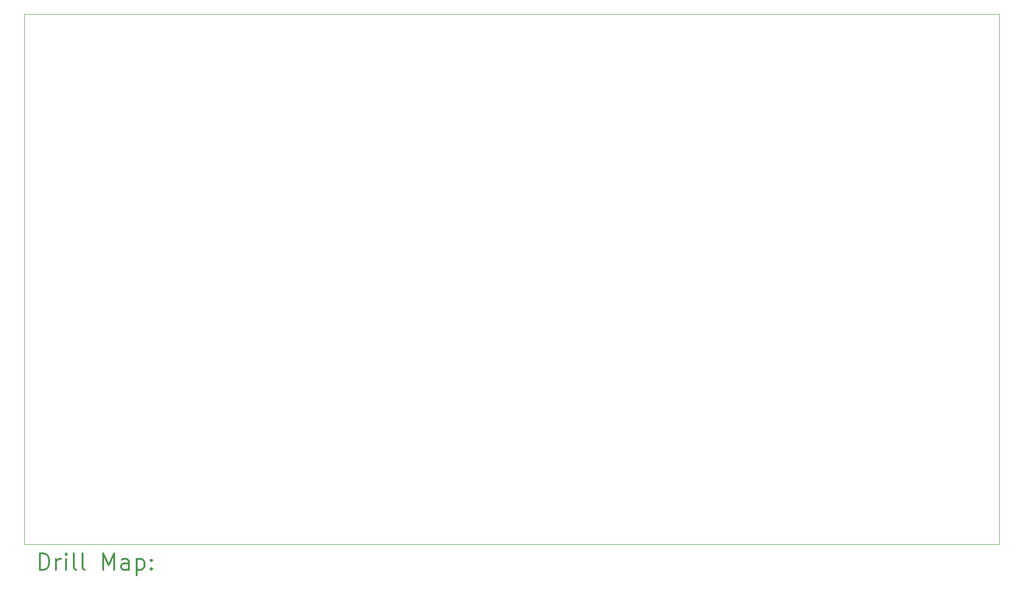
<source format=gbr>
%FSLAX45Y45*%
G04 Gerber Fmt 4.5, Leading zero omitted, Abs format (unit mm)*
G04 Created by KiCad (PCBNEW (5.1.5-0-10_14)) date 2020-05-11 12:26:46*
%MOMM*%
%LPD*%
G04 APERTURE LIST*
%TA.AperFunction,Profile*%
%ADD10C,0.050000*%
%TD*%
%ADD11C,0.200000*%
%ADD12C,0.300000*%
G04 APERTURE END LIST*
D10*
X2735785Y-13086938D02*
X2735785Y-3286938D01*
X11835785Y-3286938D02*
X20735785Y-3286938D01*
X2735785Y-3286938D02*
X11835785Y-3286938D01*
X20735785Y-13086938D02*
X2735785Y-13086938D01*
X20735785Y-3286938D02*
X20735785Y-13086938D01*
D11*
D12*
X3019714Y-13555153D02*
X3019714Y-13255153D01*
X3091142Y-13255153D01*
X3133999Y-13269438D01*
X3162571Y-13298010D01*
X3176857Y-13326581D01*
X3191142Y-13383724D01*
X3191142Y-13426581D01*
X3176857Y-13483724D01*
X3162571Y-13512295D01*
X3133999Y-13540867D01*
X3091142Y-13555153D01*
X3019714Y-13555153D01*
X3319714Y-13555153D02*
X3319714Y-13355153D01*
X3319714Y-13412295D02*
X3333999Y-13383724D01*
X3348285Y-13369438D01*
X3376857Y-13355153D01*
X3405428Y-13355153D01*
X3505428Y-13555153D02*
X3505428Y-13355153D01*
X3505428Y-13255153D02*
X3491142Y-13269438D01*
X3505428Y-13283724D01*
X3519714Y-13269438D01*
X3505428Y-13255153D01*
X3505428Y-13283724D01*
X3691142Y-13555153D02*
X3662571Y-13540867D01*
X3648285Y-13512295D01*
X3648285Y-13255153D01*
X3848285Y-13555153D02*
X3819714Y-13540867D01*
X3805428Y-13512295D01*
X3805428Y-13255153D01*
X4191142Y-13555153D02*
X4191142Y-13255153D01*
X4291142Y-13469438D01*
X4391142Y-13255153D01*
X4391142Y-13555153D01*
X4662571Y-13555153D02*
X4662571Y-13398010D01*
X4648285Y-13369438D01*
X4619714Y-13355153D01*
X4562571Y-13355153D01*
X4534000Y-13369438D01*
X4662571Y-13540867D02*
X4634000Y-13555153D01*
X4562571Y-13555153D01*
X4534000Y-13540867D01*
X4519714Y-13512295D01*
X4519714Y-13483724D01*
X4534000Y-13455153D01*
X4562571Y-13440867D01*
X4634000Y-13440867D01*
X4662571Y-13426581D01*
X4805428Y-13355153D02*
X4805428Y-13655153D01*
X4805428Y-13369438D02*
X4834000Y-13355153D01*
X4891142Y-13355153D01*
X4919714Y-13369438D01*
X4934000Y-13383724D01*
X4948285Y-13412295D01*
X4948285Y-13498010D01*
X4934000Y-13526581D01*
X4919714Y-13540867D01*
X4891142Y-13555153D01*
X4834000Y-13555153D01*
X4805428Y-13540867D01*
X5076857Y-13526581D02*
X5091142Y-13540867D01*
X5076857Y-13555153D01*
X5062571Y-13540867D01*
X5076857Y-13526581D01*
X5076857Y-13555153D01*
X5076857Y-13369438D02*
X5091142Y-13383724D01*
X5076857Y-13398010D01*
X5062571Y-13383724D01*
X5076857Y-13369438D01*
X5076857Y-13398010D01*
M02*

</source>
